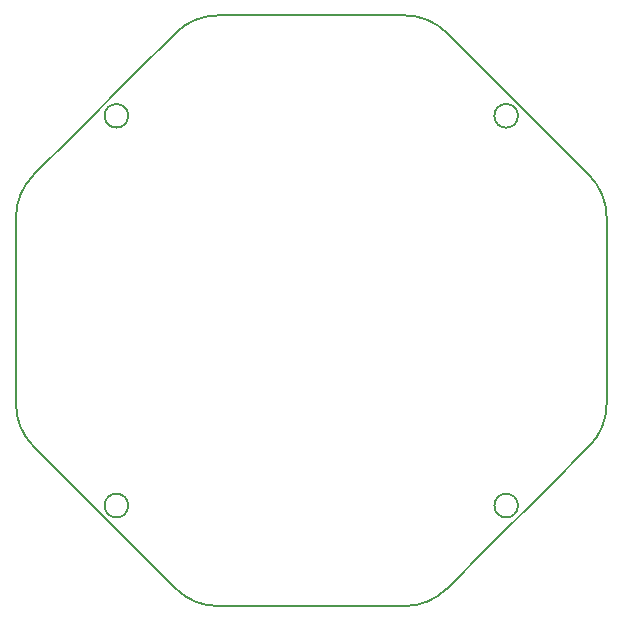
<source format=gbr>
G04 #@! TF.GenerationSoftware,KiCad,Pcbnew,7.0.2-0*
G04 #@! TF.CreationDate,2023-07-24T15:35:54+09:00*
G04 #@! TF.ProjectId,line_in,6c696e65-5f69-46e2-9e6b-696361645f70,rev?*
G04 #@! TF.SameCoordinates,Original*
G04 #@! TF.FileFunction,Profile,NP*
%FSLAX46Y46*%
G04 Gerber Fmt 4.6, Leading zero omitted, Abs format (unit mm)*
G04 Created by KiCad (PCBNEW 7.0.2-0) date 2023-07-24 15:35:54*
%MOMM*%
%LPD*%
G01*
G04 APERTURE LIST*
G04 #@! TA.AperFunction,Profile*
%ADD10C,0.200000*%
G04 #@! TD*
G04 APERTURE END LIST*
D10*
X125000000Y-120000000D02*
X128535534Y-123535534D01*
X160000000Y-85000000D02*
X155000000Y-80000000D01*
X155000000Y-80000000D02*
X151464466Y-76464466D01*
X163535559Y-111464491D02*
G75*
G03*
X165000000Y-107928932I-3535759J3535591D01*
G01*
X155000000Y-120000000D02*
X160000000Y-115000000D01*
X132071068Y-74999978D02*
G75*
G03*
X128535535Y-76464467I32J-5000022D01*
G01*
X147928932Y-75000000D02*
X132071068Y-75000000D01*
X124500000Y-116500000D02*
G75*
G03*
X124500000Y-116500000I-1000000J0D01*
G01*
X132071068Y-125000000D02*
X147928932Y-125000000D01*
X165000022Y-92071068D02*
G75*
G03*
X163535533Y-88535535I-5000022J-32D01*
G01*
X115000000Y-92071068D02*
X115000000Y-107928932D01*
X120000000Y-115000000D02*
X125000000Y-120000000D01*
X163535534Y-88535534D02*
X160000000Y-85000000D01*
X120000000Y-85000000D02*
X116464466Y-88535534D01*
X157500000Y-83500000D02*
G75*
G03*
X157500000Y-83500000I-1000000J0D01*
G01*
X128535550Y-123535518D02*
G75*
G03*
X132071068Y-125000000I3535550J3535518D01*
G01*
X151464466Y-123535534D02*
X155000000Y-120000000D01*
X116464482Y-88535550D02*
G75*
G03*
X115000000Y-92071068I3535518J-3535550D01*
G01*
X114999978Y-107928932D02*
G75*
G03*
X116464467Y-111464465I5000022J32D01*
G01*
X125000000Y-80000000D02*
X120000000Y-85000000D01*
X128535534Y-76464466D02*
X125000000Y-80000000D01*
X147928932Y-125000022D02*
G75*
G03*
X151464465Y-123535533I-32J5000022D01*
G01*
X165000000Y-107928932D02*
X165000000Y-92071068D01*
X160000000Y-115000000D02*
X163535534Y-111464466D01*
X151464450Y-76464482D02*
G75*
G03*
X147928932Y-75000000I-3535550J-3535518D01*
G01*
X124500000Y-83500000D02*
G75*
G03*
X124500000Y-83500000I-1000000J0D01*
G01*
X116464466Y-111464466D02*
X120000000Y-115000000D01*
X157500000Y-116500000D02*
G75*
G03*
X157500000Y-116500000I-1000000J0D01*
G01*
M02*

</source>
